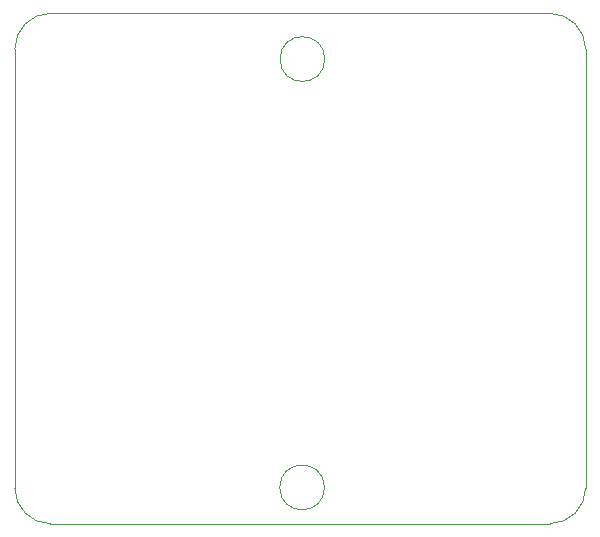
<source format=gbr>
%TF.GenerationSoftware,KiCad,Pcbnew,7.0.2*%
%TF.CreationDate,2024-01-29T20:43:43-05:00*%
%TF.ProjectId,dpx_perv_5x15-s,6470785f-7065-4727-965f-357831352d73,rev?*%
%TF.SameCoordinates,Original*%
%TF.FileFunction,Profile,NP*%
%FSLAX46Y46*%
G04 Gerber Fmt 4.6, Leading zero omitted, Abs format (unit mm)*
G04 Created by KiCad (PCBNEW 7.0.2) date 2024-01-29 20:43:43*
%MOMM*%
%LPD*%
G01*
G04 APERTURE LIST*
%TA.AperFunction,Profile*%
%ADD10C,0.100000*%
%TD*%
G04 APERTURE END LIST*
D10*
X67110001Y-69860000D02*
G75*
G03*
X67110001Y-69860000I-1894466J0D01*
G01*
X89215000Y-32725000D02*
G75*
G03*
X86215000Y-29725000I-3000000J0D01*
G01*
X40900000Y-69925000D02*
X40900000Y-32725000D01*
X86215000Y-72925000D02*
G75*
G03*
X89215000Y-69925000I0J3000000D01*
G01*
X43900000Y-29725000D02*
G75*
G03*
X40900000Y-32725000I0J-3000000D01*
G01*
X67134466Y-33590000D02*
G75*
G03*
X67134466Y-33590000I-1894466J0D01*
G01*
X86215000Y-72925000D02*
X43900000Y-72925000D01*
X40900000Y-69925000D02*
G75*
G03*
X43900000Y-72925000I3000000J0D01*
G01*
X43900000Y-29725000D02*
X86215000Y-29725000D01*
X89215000Y-32725000D02*
X89215000Y-69925000D01*
M02*

</source>
